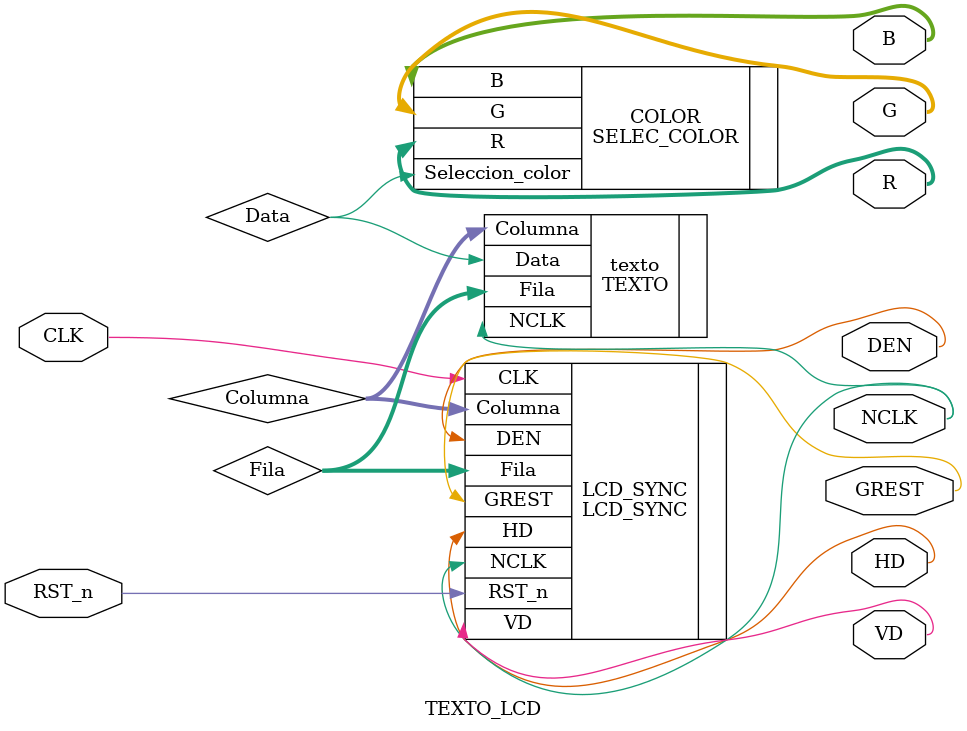
<source format=v>

/**
	En este módulo se pretende realizar la visualización de solo texto en la pantalla de la placa intel 
	FPG-A.
	Para ello deberemos instanciar el módulo de sincronismo de la pantalla, seguidamente se instancia
	un módulo previo de tdo el direccionamiento del texto sobre la pantalla y la memoria interna del (.mif).
	Por último se instanciará el selector de color sobre la pantalla dependiente del dato a meter y los RGB.
**/


module TEXTO_LCD( CLK, RST_n, NCLK, GREST, HD, VD, DEN, R, G, B);
// Declaramos entradas del módulo final -->
input CLK, RST_n ;
// Declaramos cables utilizados en las instancias -->
wire [10:0] Columna ; // 11 bits
wire [9:0] Fila ; // 10 bits
wire Data ;
// Declaramos salidas finales del módulo las cuales representan el texto -->
output NCLK, GREST, HD, VD, DEN ;
output [7:0] R, G, B ; // 8 bits cada uno
// Instanciamos el módulo de sincronismo de señales -->
LCD_SYNC LCD_SYNC(
            .CLK(CLK),
				.RST_n(RST_n),
				.NCLK(NCLK),
				.GREST(GREST),
				.HD(HD),
		  		.VD(VD),
				.DEN(DEN),											 
				.Fila(Fila),
				.Columna(Columna)
) ;
// Declaramos módulo inicial del texto en donde se incluye direccionamiento, memorias.... -->
TEXTO texto(
	.NCLK(NCLK),
	.Fila(Fila),
	.Columna(Columna),
	.Data(Data)
) ;
// Declaramos módulo para la generación de los colores del texto a presentar -->
SELEC_COLOR COLOR(
	.Seleccion_color(Data),
	.R(R),
	.G(G),
	.B(B)
) ;

endmodule 
</source>
